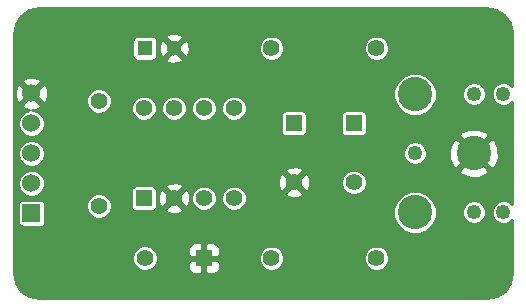
<source format=gbl>
G04 #@! TF.FileFunction,Copper,L2,Bot,Signal*
%FSLAX46Y46*%
G04 Gerber Fmt 4.6, Leading zero omitted, Abs format (unit mm)*
G04 Created by KiCad (PCBNEW 4.0.0-rc1-stable) date 10/27/2015 9:53:31 PM*
%MOMM*%
G01*
G04 APERTURE LIST*
%ADD10C,0.150000*%
%ADD11R,1.397000X1.397000*%
%ADD12C,1.397000*%
%ADD13C,2.900000*%
%ADD14C,1.250000*%
%ADD15R,1.524000X1.524000*%
%ADD16C,1.524000*%
%ADD17R,1.300000X1.300000*%
%ADD18C,1.300000*%
%ADD19R,1.400000X1.400000*%
%ADD20C,1.400000*%
%ADD21C,0.254000*%
G04 APERTURE END LIST*
D10*
D11*
X198628000Y-145034000D03*
D12*
X201168000Y-145034000D03*
X203708000Y-145034000D03*
X206248000Y-145034000D03*
X206248000Y-137414000D03*
X203708000Y-137414000D03*
X201168000Y-137414000D03*
X198628000Y-137414000D03*
D13*
X226568000Y-141224000D03*
X221568000Y-136224000D03*
X221568000Y-146224000D03*
D14*
X221568000Y-141224000D03*
X226568000Y-146224000D03*
X226568000Y-136224000D03*
X229068000Y-136224000D03*
X229068000Y-146224000D03*
D12*
X194818000Y-136779000D03*
X194818000Y-145669000D03*
X209423000Y-132334000D03*
X218313000Y-132334000D03*
X209423000Y-150114000D03*
X218313000Y-150114000D03*
D15*
X189103000Y-146304000D03*
D16*
X189103000Y-143764000D03*
X189103000Y-141224000D03*
X189103000Y-138684000D03*
X189103000Y-136144000D03*
D17*
X198691500Y-132334000D03*
D18*
X201191500Y-132334000D03*
D19*
X203708000Y-150114000D03*
D20*
X198708000Y-150114000D03*
D19*
X216408000Y-138684000D03*
D20*
X216408000Y-143684000D03*
D19*
X211328000Y-138684000D03*
D20*
X211328000Y-143684000D03*
D21*
G36*
X228417999Y-129082629D02*
X229122420Y-129504009D01*
X229611964Y-130162883D01*
X229820000Y-130990348D01*
X229820000Y-135553371D01*
X229638597Y-135371652D01*
X229268984Y-135218175D01*
X228868772Y-135217825D01*
X228498891Y-135370657D01*
X228215652Y-135653403D01*
X228062175Y-136023016D01*
X228061825Y-136423228D01*
X228214657Y-136793109D01*
X228497403Y-137076348D01*
X228867016Y-137229825D01*
X229267228Y-137230175D01*
X229637109Y-137077343D01*
X229820000Y-136894770D01*
X229820000Y-145553371D01*
X229638597Y-145371652D01*
X229268984Y-145218175D01*
X228868772Y-145217825D01*
X228498891Y-145370657D01*
X228215652Y-145653403D01*
X228062175Y-146023016D01*
X228061825Y-146423228D01*
X228214657Y-146793109D01*
X228497403Y-147076348D01*
X228867016Y-147229825D01*
X229267228Y-147230175D01*
X229637109Y-147077343D01*
X229820000Y-146894770D01*
X229820000Y-151341552D01*
X229651661Y-152187848D01*
X229196317Y-152869317D01*
X228514848Y-153324661D01*
X227668552Y-153493000D01*
X189780448Y-153493000D01*
X188934152Y-153324661D01*
X188252683Y-152869317D01*
X187797339Y-152187848D01*
X187629000Y-151341552D01*
X187629000Y-150328081D01*
X197626813Y-150328081D01*
X197791038Y-150725537D01*
X198094863Y-151029893D01*
X198492032Y-151194812D01*
X198922081Y-151195187D01*
X199319537Y-151030962D01*
X199623893Y-150727137D01*
X199759835Y-150399750D01*
X202373000Y-150399750D01*
X202373000Y-150940310D01*
X202469673Y-151173699D01*
X202648302Y-151352327D01*
X202881691Y-151449000D01*
X203422250Y-151449000D01*
X203581000Y-151290250D01*
X203581000Y-150241000D01*
X203835000Y-150241000D01*
X203835000Y-151290250D01*
X203993750Y-151449000D01*
X204534309Y-151449000D01*
X204767698Y-151352327D01*
X204946327Y-151173699D01*
X205043000Y-150940310D01*
X205043000Y-150399750D01*
X204971034Y-150327784D01*
X208343313Y-150327784D01*
X208507311Y-150724689D01*
X208810714Y-151028622D01*
X209207332Y-151193313D01*
X209636784Y-151193687D01*
X210033689Y-151029689D01*
X210337622Y-150726286D01*
X210502313Y-150329668D01*
X210502314Y-150327784D01*
X217233313Y-150327784D01*
X217397311Y-150724689D01*
X217700714Y-151028622D01*
X218097332Y-151193313D01*
X218526784Y-151193687D01*
X218923689Y-151029689D01*
X219227622Y-150726286D01*
X219392313Y-150329668D01*
X219392687Y-149900216D01*
X219228689Y-149503311D01*
X218925286Y-149199378D01*
X218528668Y-149034687D01*
X218099216Y-149034313D01*
X217702311Y-149198311D01*
X217398378Y-149501714D01*
X217233687Y-149898332D01*
X217233313Y-150327784D01*
X210502314Y-150327784D01*
X210502687Y-149900216D01*
X210338689Y-149503311D01*
X210035286Y-149199378D01*
X209638668Y-149034687D01*
X209209216Y-149034313D01*
X208812311Y-149198311D01*
X208508378Y-149501714D01*
X208343687Y-149898332D01*
X208343313Y-150327784D01*
X204971034Y-150327784D01*
X204884250Y-150241000D01*
X203835000Y-150241000D01*
X203581000Y-150241000D01*
X202531750Y-150241000D01*
X202373000Y-150399750D01*
X199759835Y-150399750D01*
X199788812Y-150329968D01*
X199789187Y-149899919D01*
X199624962Y-149502463D01*
X199410564Y-149287690D01*
X202373000Y-149287690D01*
X202373000Y-149828250D01*
X202531750Y-149987000D01*
X203581000Y-149987000D01*
X203581000Y-148937750D01*
X203835000Y-148937750D01*
X203835000Y-149987000D01*
X204884250Y-149987000D01*
X205043000Y-149828250D01*
X205043000Y-149287690D01*
X204946327Y-149054301D01*
X204767698Y-148875673D01*
X204534309Y-148779000D01*
X203993750Y-148779000D01*
X203835000Y-148937750D01*
X203581000Y-148937750D01*
X203422250Y-148779000D01*
X202881691Y-148779000D01*
X202648302Y-148875673D01*
X202469673Y-149054301D01*
X202373000Y-149287690D01*
X199410564Y-149287690D01*
X199321137Y-149198107D01*
X198923968Y-149033188D01*
X198493919Y-149032813D01*
X198096463Y-149197038D01*
X197792107Y-149500863D01*
X197627188Y-149898032D01*
X197626813Y-150328081D01*
X187629000Y-150328081D01*
X187629000Y-145542000D01*
X187952536Y-145542000D01*
X187952536Y-147066000D01*
X187979103Y-147207190D01*
X188062546Y-147336865D01*
X188189866Y-147423859D01*
X188341000Y-147454464D01*
X189865000Y-147454464D01*
X190006190Y-147427897D01*
X190135865Y-147344454D01*
X190222859Y-147217134D01*
X190253464Y-147066000D01*
X190253464Y-145882784D01*
X193738313Y-145882784D01*
X193902311Y-146279689D01*
X194205714Y-146583622D01*
X194602332Y-146748313D01*
X195031784Y-146748687D01*
X195424039Y-146586610D01*
X219736683Y-146586610D01*
X220014849Y-147259823D01*
X220529468Y-147775341D01*
X221202194Y-148054681D01*
X221930610Y-148055317D01*
X222603823Y-147777151D01*
X223119341Y-147262532D01*
X223398681Y-146589806D01*
X223398826Y-146423228D01*
X225561825Y-146423228D01*
X225714657Y-146793109D01*
X225997403Y-147076348D01*
X226367016Y-147229825D01*
X226767228Y-147230175D01*
X227137109Y-147077343D01*
X227420348Y-146794597D01*
X227573825Y-146424984D01*
X227574175Y-146024772D01*
X227421343Y-145654891D01*
X227138597Y-145371652D01*
X226768984Y-145218175D01*
X226368772Y-145217825D01*
X225998891Y-145370657D01*
X225715652Y-145653403D01*
X225562175Y-146023016D01*
X225561825Y-146423228D01*
X223398826Y-146423228D01*
X223399317Y-145861390D01*
X223121151Y-145188177D01*
X222606532Y-144672659D01*
X221933806Y-144393319D01*
X221205390Y-144392683D01*
X220532177Y-144670849D01*
X220016659Y-145185468D01*
X219737319Y-145858194D01*
X219736683Y-146586610D01*
X195424039Y-146586610D01*
X195428689Y-146584689D01*
X195732622Y-146281286D01*
X195897313Y-145884668D01*
X195897687Y-145455216D01*
X195733689Y-145058311D01*
X195430286Y-144754378D01*
X195033668Y-144589687D01*
X194604216Y-144589313D01*
X194207311Y-144753311D01*
X193903378Y-145056714D01*
X193738687Y-145453332D01*
X193738313Y-145882784D01*
X190253464Y-145882784D01*
X190253464Y-145542000D01*
X190226897Y-145400810D01*
X190143454Y-145271135D01*
X190016134Y-145184141D01*
X189865000Y-145153536D01*
X188341000Y-145153536D01*
X188199810Y-145180103D01*
X188070135Y-145263546D01*
X187983141Y-145390866D01*
X187952536Y-145542000D01*
X187629000Y-145542000D01*
X187629000Y-143990359D01*
X187959802Y-143990359D01*
X188133446Y-144410612D01*
X188454697Y-144732423D01*
X188874646Y-144906801D01*
X189329359Y-144907198D01*
X189749612Y-144733554D01*
X190071423Y-144412303D01*
X190103314Y-144335500D01*
X197541036Y-144335500D01*
X197541036Y-145732500D01*
X197567603Y-145873690D01*
X197651046Y-146003365D01*
X197778366Y-146090359D01*
X197929500Y-146120964D01*
X199326500Y-146120964D01*
X199467690Y-146094397D01*
X199597365Y-146010954D01*
X199626585Y-145968188D01*
X200413417Y-145968188D01*
X200475071Y-146203800D01*
X200975480Y-146379927D01*
X201505199Y-146351148D01*
X201860929Y-146203800D01*
X201922583Y-145968188D01*
X201168000Y-145213605D01*
X200413417Y-145968188D01*
X199626585Y-145968188D01*
X199684359Y-145883634D01*
X199714964Y-145732500D01*
X199714964Y-144841480D01*
X199822073Y-144841480D01*
X199850852Y-145371199D01*
X199998200Y-145726929D01*
X200233812Y-145788583D01*
X200988395Y-145034000D01*
X201347605Y-145034000D01*
X202102188Y-145788583D01*
X202337800Y-145726929D01*
X202506442Y-145247784D01*
X202628313Y-145247784D01*
X202792311Y-145644689D01*
X203095714Y-145948622D01*
X203492332Y-146113313D01*
X203921784Y-146113687D01*
X204318689Y-145949689D01*
X204622622Y-145646286D01*
X204787313Y-145249668D01*
X204787314Y-145247784D01*
X205168313Y-145247784D01*
X205332311Y-145644689D01*
X205635714Y-145948622D01*
X206032332Y-146113313D01*
X206461784Y-146113687D01*
X206858689Y-145949689D01*
X207162622Y-145646286D01*
X207327313Y-145249668D01*
X207327687Y-144820216D01*
X207244660Y-144619275D01*
X210572331Y-144619275D01*
X210634169Y-144855042D01*
X211135122Y-145031419D01*
X211665440Y-145002664D01*
X212021831Y-144855042D01*
X212083669Y-144619275D01*
X211328000Y-143863605D01*
X210572331Y-144619275D01*
X207244660Y-144619275D01*
X207163689Y-144423311D01*
X206860286Y-144119378D01*
X206463668Y-143954687D01*
X206034216Y-143954313D01*
X205637311Y-144118311D01*
X205333378Y-144421714D01*
X205168687Y-144818332D01*
X205168313Y-145247784D01*
X204787314Y-145247784D01*
X204787687Y-144820216D01*
X204623689Y-144423311D01*
X204320286Y-144119378D01*
X203923668Y-143954687D01*
X203494216Y-143954313D01*
X203097311Y-144118311D01*
X202793378Y-144421714D01*
X202628687Y-144818332D01*
X202628313Y-145247784D01*
X202506442Y-145247784D01*
X202513927Y-145226520D01*
X202485148Y-144696801D01*
X202337800Y-144341071D01*
X202102188Y-144279417D01*
X201347605Y-145034000D01*
X200988395Y-145034000D01*
X200233812Y-144279417D01*
X199998200Y-144341071D01*
X199822073Y-144841480D01*
X199714964Y-144841480D01*
X199714964Y-144335500D01*
X199688397Y-144194310D01*
X199627590Y-144099812D01*
X200413417Y-144099812D01*
X201168000Y-144854395D01*
X201922583Y-144099812D01*
X201860929Y-143864200D01*
X201360520Y-143688073D01*
X200830801Y-143716852D01*
X200475071Y-143864200D01*
X200413417Y-144099812D01*
X199627590Y-144099812D01*
X199604954Y-144064635D01*
X199477634Y-143977641D01*
X199326500Y-143947036D01*
X197929500Y-143947036D01*
X197788310Y-143973603D01*
X197658635Y-144057046D01*
X197571641Y-144184366D01*
X197541036Y-144335500D01*
X190103314Y-144335500D01*
X190245801Y-143992354D01*
X190246198Y-143537641D01*
X190226977Y-143491122D01*
X209980581Y-143491122D01*
X210009336Y-144021440D01*
X210156958Y-144377831D01*
X210392725Y-144439669D01*
X211148395Y-143684000D01*
X211507605Y-143684000D01*
X212263275Y-144439669D01*
X212499042Y-144377831D01*
X212667953Y-143898081D01*
X215326813Y-143898081D01*
X215491038Y-144295537D01*
X215794863Y-144599893D01*
X216192032Y-144764812D01*
X216622081Y-144765187D01*
X217019537Y-144600962D01*
X217323893Y-144297137D01*
X217488812Y-143899968D01*
X217489187Y-143469919D01*
X217324962Y-143072463D01*
X217021137Y-142768107D01*
X216861571Y-142701849D01*
X225269756Y-142701849D01*
X225423435Y-143015424D01*
X226196108Y-143317066D01*
X227025398Y-143300058D01*
X227712565Y-143015424D01*
X227866244Y-142701849D01*
X226568000Y-141403605D01*
X225269756Y-142701849D01*
X216861571Y-142701849D01*
X216623968Y-142603188D01*
X216193919Y-142602813D01*
X215796463Y-142767038D01*
X215492107Y-143070863D01*
X215327188Y-143468032D01*
X215326813Y-143898081D01*
X212667953Y-143898081D01*
X212675419Y-143876878D01*
X212646664Y-143346560D01*
X212499042Y-142990169D01*
X212263275Y-142928331D01*
X211507605Y-143684000D01*
X211148395Y-143684000D01*
X210392725Y-142928331D01*
X210156958Y-142990169D01*
X209980581Y-143491122D01*
X190226977Y-143491122D01*
X190072554Y-143117388D01*
X189751303Y-142795577D01*
X189638471Y-142748725D01*
X210572331Y-142748725D01*
X211328000Y-143504395D01*
X212083669Y-142748725D01*
X212021831Y-142512958D01*
X211520878Y-142336581D01*
X210990560Y-142365336D01*
X210634169Y-142512958D01*
X210572331Y-142748725D01*
X189638471Y-142748725D01*
X189331354Y-142621199D01*
X188876641Y-142620802D01*
X188456388Y-142794446D01*
X188134577Y-143115697D01*
X187960199Y-143535646D01*
X187959802Y-143990359D01*
X187629000Y-143990359D01*
X187629000Y-141450359D01*
X187959802Y-141450359D01*
X188133446Y-141870612D01*
X188454697Y-142192423D01*
X188874646Y-142366801D01*
X189329359Y-142367198D01*
X189749612Y-142193554D01*
X190071423Y-141872303D01*
X190245801Y-141452354D01*
X190245826Y-141423228D01*
X220561825Y-141423228D01*
X220714657Y-141793109D01*
X220997403Y-142076348D01*
X221367016Y-142229825D01*
X221767228Y-142230175D01*
X222137109Y-142077343D01*
X222420348Y-141794597D01*
X222573825Y-141424984D01*
X222574175Y-141024772D01*
X222502832Y-140852108D01*
X224474934Y-140852108D01*
X224491942Y-141681398D01*
X224776576Y-142368565D01*
X225090151Y-142522244D01*
X226388395Y-141224000D01*
X226747605Y-141224000D01*
X228045849Y-142522244D01*
X228359424Y-142368565D01*
X228661066Y-141595892D01*
X228644058Y-140766602D01*
X228359424Y-140079435D01*
X228045849Y-139925756D01*
X226747605Y-141224000D01*
X226388395Y-141224000D01*
X225090151Y-139925756D01*
X224776576Y-140079435D01*
X224474934Y-140852108D01*
X222502832Y-140852108D01*
X222421343Y-140654891D01*
X222138597Y-140371652D01*
X221768984Y-140218175D01*
X221368772Y-140217825D01*
X220998891Y-140370657D01*
X220715652Y-140653403D01*
X220562175Y-141023016D01*
X220561825Y-141423228D01*
X190245826Y-141423228D01*
X190246198Y-140997641D01*
X190072554Y-140577388D01*
X189751303Y-140255577D01*
X189331354Y-140081199D01*
X188876641Y-140080802D01*
X188456388Y-140254446D01*
X188134577Y-140575697D01*
X187960199Y-140995646D01*
X187959802Y-141450359D01*
X187629000Y-141450359D01*
X187629000Y-138910359D01*
X187959802Y-138910359D01*
X188133446Y-139330612D01*
X188454697Y-139652423D01*
X188874646Y-139826801D01*
X189329359Y-139827198D01*
X189749612Y-139653554D01*
X190071423Y-139332303D01*
X190245801Y-138912354D01*
X190246198Y-138457641D01*
X190072554Y-138037388D01*
X189751303Y-137715577D01*
X189331354Y-137541199D01*
X189137340Y-137541030D01*
X189450368Y-137525362D01*
X189834143Y-137366397D01*
X189903608Y-137124213D01*
X189772179Y-136992784D01*
X193738313Y-136992784D01*
X193902311Y-137389689D01*
X194205714Y-137693622D01*
X194602332Y-137858313D01*
X195031784Y-137858687D01*
X195428689Y-137694689D01*
X195495710Y-137627784D01*
X197548313Y-137627784D01*
X197712311Y-138024689D01*
X198015714Y-138328622D01*
X198412332Y-138493313D01*
X198841784Y-138493687D01*
X199238689Y-138329689D01*
X199542622Y-138026286D01*
X199707313Y-137629668D01*
X199707314Y-137627784D01*
X200088313Y-137627784D01*
X200252311Y-138024689D01*
X200555714Y-138328622D01*
X200952332Y-138493313D01*
X201381784Y-138493687D01*
X201778689Y-138329689D01*
X202082622Y-138026286D01*
X202247313Y-137629668D01*
X202247314Y-137627784D01*
X202628313Y-137627784D01*
X202792311Y-138024689D01*
X203095714Y-138328622D01*
X203492332Y-138493313D01*
X203921784Y-138493687D01*
X204318689Y-138329689D01*
X204622622Y-138026286D01*
X204787313Y-137629668D01*
X204787314Y-137627784D01*
X205168313Y-137627784D01*
X205332311Y-138024689D01*
X205635714Y-138328622D01*
X206032332Y-138493313D01*
X206461784Y-138493687D01*
X206858689Y-138329689D01*
X207162622Y-138026286D01*
X207180180Y-137984000D01*
X210239536Y-137984000D01*
X210239536Y-139384000D01*
X210266103Y-139525190D01*
X210349546Y-139654865D01*
X210476866Y-139741859D01*
X210628000Y-139772464D01*
X212028000Y-139772464D01*
X212169190Y-139745897D01*
X212298865Y-139662454D01*
X212385859Y-139535134D01*
X212416464Y-139384000D01*
X212416464Y-137984000D01*
X215319536Y-137984000D01*
X215319536Y-139384000D01*
X215346103Y-139525190D01*
X215429546Y-139654865D01*
X215556866Y-139741859D01*
X215708000Y-139772464D01*
X217108000Y-139772464D01*
X217247840Y-139746151D01*
X225269756Y-139746151D01*
X226568000Y-141044395D01*
X227866244Y-139746151D01*
X227712565Y-139432576D01*
X226939892Y-139130934D01*
X226110602Y-139147942D01*
X225423435Y-139432576D01*
X225269756Y-139746151D01*
X217247840Y-139746151D01*
X217249190Y-139745897D01*
X217378865Y-139662454D01*
X217465859Y-139535134D01*
X217496464Y-139384000D01*
X217496464Y-137984000D01*
X217469897Y-137842810D01*
X217386454Y-137713135D01*
X217259134Y-137626141D01*
X217108000Y-137595536D01*
X215708000Y-137595536D01*
X215566810Y-137622103D01*
X215437135Y-137705546D01*
X215350141Y-137832866D01*
X215319536Y-137984000D01*
X212416464Y-137984000D01*
X212389897Y-137842810D01*
X212306454Y-137713135D01*
X212179134Y-137626141D01*
X212028000Y-137595536D01*
X210628000Y-137595536D01*
X210486810Y-137622103D01*
X210357135Y-137705546D01*
X210270141Y-137832866D01*
X210239536Y-137984000D01*
X207180180Y-137984000D01*
X207327313Y-137629668D01*
X207327687Y-137200216D01*
X207163689Y-136803311D01*
X206947366Y-136586610D01*
X219736683Y-136586610D01*
X220014849Y-137259823D01*
X220529468Y-137775341D01*
X221202194Y-138054681D01*
X221930610Y-138055317D01*
X222603823Y-137777151D01*
X223119341Y-137262532D01*
X223398681Y-136589806D01*
X223398826Y-136423228D01*
X225561825Y-136423228D01*
X225714657Y-136793109D01*
X225997403Y-137076348D01*
X226367016Y-137229825D01*
X226767228Y-137230175D01*
X227137109Y-137077343D01*
X227420348Y-136794597D01*
X227573825Y-136424984D01*
X227574175Y-136024772D01*
X227421343Y-135654891D01*
X227138597Y-135371652D01*
X226768984Y-135218175D01*
X226368772Y-135217825D01*
X225998891Y-135370657D01*
X225715652Y-135653403D01*
X225562175Y-136023016D01*
X225561825Y-136423228D01*
X223398826Y-136423228D01*
X223399317Y-135861390D01*
X223121151Y-135188177D01*
X222606532Y-134672659D01*
X221933806Y-134393319D01*
X221205390Y-134392683D01*
X220532177Y-134670849D01*
X220016659Y-135185468D01*
X219737319Y-135858194D01*
X219736683Y-136586610D01*
X206947366Y-136586610D01*
X206860286Y-136499378D01*
X206463668Y-136334687D01*
X206034216Y-136334313D01*
X205637311Y-136498311D01*
X205333378Y-136801714D01*
X205168687Y-137198332D01*
X205168313Y-137627784D01*
X204787314Y-137627784D01*
X204787687Y-137200216D01*
X204623689Y-136803311D01*
X204320286Y-136499378D01*
X203923668Y-136334687D01*
X203494216Y-136334313D01*
X203097311Y-136498311D01*
X202793378Y-136801714D01*
X202628687Y-137198332D01*
X202628313Y-137627784D01*
X202247314Y-137627784D01*
X202247687Y-137200216D01*
X202083689Y-136803311D01*
X201780286Y-136499378D01*
X201383668Y-136334687D01*
X200954216Y-136334313D01*
X200557311Y-136498311D01*
X200253378Y-136801714D01*
X200088687Y-137198332D01*
X200088313Y-137627784D01*
X199707314Y-137627784D01*
X199707687Y-137200216D01*
X199543689Y-136803311D01*
X199240286Y-136499378D01*
X198843668Y-136334687D01*
X198414216Y-136334313D01*
X198017311Y-136498311D01*
X197713378Y-136801714D01*
X197548687Y-137198332D01*
X197548313Y-137627784D01*
X195495710Y-137627784D01*
X195732622Y-137391286D01*
X195897313Y-136994668D01*
X195897687Y-136565216D01*
X195733689Y-136168311D01*
X195430286Y-135864378D01*
X195033668Y-135699687D01*
X194604216Y-135699313D01*
X194207311Y-135863311D01*
X193903378Y-136166714D01*
X193738687Y-136563332D01*
X193738313Y-136992784D01*
X189772179Y-136992784D01*
X189103000Y-136323605D01*
X188302392Y-137124213D01*
X188371857Y-137366397D01*
X188869258Y-137543852D01*
X188456388Y-137714446D01*
X188134577Y-138035697D01*
X187960199Y-138455646D01*
X187959802Y-138910359D01*
X187629000Y-138910359D01*
X187629000Y-135936302D01*
X187693856Y-135936302D01*
X187721638Y-136491368D01*
X187880603Y-136875143D01*
X188122787Y-136944608D01*
X188923395Y-136144000D01*
X189282605Y-136144000D01*
X190083213Y-136944608D01*
X190325397Y-136875143D01*
X190512144Y-136351698D01*
X190484362Y-135796632D01*
X190325397Y-135412857D01*
X190083213Y-135343392D01*
X189282605Y-136144000D01*
X188923395Y-136144000D01*
X188122787Y-135343392D01*
X187880603Y-135412857D01*
X187693856Y-135936302D01*
X187629000Y-135936302D01*
X187629000Y-135163787D01*
X188302392Y-135163787D01*
X189103000Y-135964395D01*
X189903608Y-135163787D01*
X189834143Y-134921603D01*
X189310698Y-134734856D01*
X188755632Y-134762638D01*
X188371857Y-134921603D01*
X188302392Y-135163787D01*
X187629000Y-135163787D01*
X187629000Y-131684000D01*
X197653036Y-131684000D01*
X197653036Y-132984000D01*
X197679603Y-133125190D01*
X197763046Y-133254865D01*
X197890366Y-133341859D01*
X198041500Y-133372464D01*
X199341500Y-133372464D01*
X199482690Y-133345897D01*
X199612365Y-133262454D01*
X199632479Y-133233016D01*
X200472090Y-133233016D01*
X200527771Y-133463611D01*
X201010578Y-133631622D01*
X201520928Y-133602083D01*
X201855229Y-133463611D01*
X201910910Y-133233016D01*
X201191500Y-132513605D01*
X200472090Y-133233016D01*
X199632479Y-133233016D01*
X199699359Y-133135134D01*
X199729964Y-132984000D01*
X199729964Y-132153078D01*
X199893878Y-132153078D01*
X199923417Y-132663428D01*
X200061889Y-132997729D01*
X200292484Y-133053410D01*
X201011895Y-132334000D01*
X201371105Y-132334000D01*
X202090516Y-133053410D01*
X202321111Y-132997729D01*
X202477686Y-132547784D01*
X208343313Y-132547784D01*
X208507311Y-132944689D01*
X208810714Y-133248622D01*
X209207332Y-133413313D01*
X209636784Y-133413687D01*
X210033689Y-133249689D01*
X210337622Y-132946286D01*
X210502313Y-132549668D01*
X210502314Y-132547784D01*
X217233313Y-132547784D01*
X217397311Y-132944689D01*
X217700714Y-133248622D01*
X218097332Y-133413313D01*
X218526784Y-133413687D01*
X218923689Y-133249689D01*
X219227622Y-132946286D01*
X219392313Y-132549668D01*
X219392687Y-132120216D01*
X219228689Y-131723311D01*
X218925286Y-131419378D01*
X218528668Y-131254687D01*
X218099216Y-131254313D01*
X217702311Y-131418311D01*
X217398378Y-131721714D01*
X217233687Y-132118332D01*
X217233313Y-132547784D01*
X210502314Y-132547784D01*
X210502687Y-132120216D01*
X210338689Y-131723311D01*
X210035286Y-131419378D01*
X209638668Y-131254687D01*
X209209216Y-131254313D01*
X208812311Y-131418311D01*
X208508378Y-131721714D01*
X208343687Y-132118332D01*
X208343313Y-132547784D01*
X202477686Y-132547784D01*
X202489122Y-132514922D01*
X202459583Y-132004572D01*
X202321111Y-131670271D01*
X202090516Y-131614590D01*
X201371105Y-132334000D01*
X201011895Y-132334000D01*
X200292484Y-131614590D01*
X200061889Y-131670271D01*
X199893878Y-132153078D01*
X199729964Y-132153078D01*
X199729964Y-131684000D01*
X199703397Y-131542810D01*
X199634014Y-131434984D01*
X200472090Y-131434984D01*
X201191500Y-132154395D01*
X201910910Y-131434984D01*
X201855229Y-131204389D01*
X201372422Y-131036378D01*
X200862072Y-131065917D01*
X200527771Y-131204389D01*
X200472090Y-131434984D01*
X199634014Y-131434984D01*
X199619954Y-131413135D01*
X199492634Y-131326141D01*
X199341500Y-131295536D01*
X198041500Y-131295536D01*
X197900310Y-131322103D01*
X197770635Y-131405546D01*
X197683641Y-131532866D01*
X197653036Y-131684000D01*
X187629000Y-131684000D01*
X187629000Y-131106448D01*
X187797339Y-130260152D01*
X188252683Y-129578683D01*
X188934152Y-129123339D01*
X189780448Y-128955000D01*
X227552397Y-128955000D01*
X228417999Y-129082629D01*
X228417999Y-129082629D01*
G37*
X228417999Y-129082629D02*
X229122420Y-129504009D01*
X229611964Y-130162883D01*
X229820000Y-130990348D01*
X229820000Y-135553371D01*
X229638597Y-135371652D01*
X229268984Y-135218175D01*
X228868772Y-135217825D01*
X228498891Y-135370657D01*
X228215652Y-135653403D01*
X228062175Y-136023016D01*
X228061825Y-136423228D01*
X228214657Y-136793109D01*
X228497403Y-137076348D01*
X228867016Y-137229825D01*
X229267228Y-137230175D01*
X229637109Y-137077343D01*
X229820000Y-136894770D01*
X229820000Y-145553371D01*
X229638597Y-145371652D01*
X229268984Y-145218175D01*
X228868772Y-145217825D01*
X228498891Y-145370657D01*
X228215652Y-145653403D01*
X228062175Y-146023016D01*
X228061825Y-146423228D01*
X228214657Y-146793109D01*
X228497403Y-147076348D01*
X228867016Y-147229825D01*
X229267228Y-147230175D01*
X229637109Y-147077343D01*
X229820000Y-146894770D01*
X229820000Y-151341552D01*
X229651661Y-152187848D01*
X229196317Y-152869317D01*
X228514848Y-153324661D01*
X227668552Y-153493000D01*
X189780448Y-153493000D01*
X188934152Y-153324661D01*
X188252683Y-152869317D01*
X187797339Y-152187848D01*
X187629000Y-151341552D01*
X187629000Y-150328081D01*
X197626813Y-150328081D01*
X197791038Y-150725537D01*
X198094863Y-151029893D01*
X198492032Y-151194812D01*
X198922081Y-151195187D01*
X199319537Y-151030962D01*
X199623893Y-150727137D01*
X199759835Y-150399750D01*
X202373000Y-150399750D01*
X202373000Y-150940310D01*
X202469673Y-151173699D01*
X202648302Y-151352327D01*
X202881691Y-151449000D01*
X203422250Y-151449000D01*
X203581000Y-151290250D01*
X203581000Y-150241000D01*
X203835000Y-150241000D01*
X203835000Y-151290250D01*
X203993750Y-151449000D01*
X204534309Y-151449000D01*
X204767698Y-151352327D01*
X204946327Y-151173699D01*
X205043000Y-150940310D01*
X205043000Y-150399750D01*
X204971034Y-150327784D01*
X208343313Y-150327784D01*
X208507311Y-150724689D01*
X208810714Y-151028622D01*
X209207332Y-151193313D01*
X209636784Y-151193687D01*
X210033689Y-151029689D01*
X210337622Y-150726286D01*
X210502313Y-150329668D01*
X210502314Y-150327784D01*
X217233313Y-150327784D01*
X217397311Y-150724689D01*
X217700714Y-151028622D01*
X218097332Y-151193313D01*
X218526784Y-151193687D01*
X218923689Y-151029689D01*
X219227622Y-150726286D01*
X219392313Y-150329668D01*
X219392687Y-149900216D01*
X219228689Y-149503311D01*
X218925286Y-149199378D01*
X218528668Y-149034687D01*
X218099216Y-149034313D01*
X217702311Y-149198311D01*
X217398378Y-149501714D01*
X217233687Y-149898332D01*
X217233313Y-150327784D01*
X210502314Y-150327784D01*
X210502687Y-149900216D01*
X210338689Y-149503311D01*
X210035286Y-149199378D01*
X209638668Y-149034687D01*
X209209216Y-149034313D01*
X208812311Y-149198311D01*
X208508378Y-149501714D01*
X208343687Y-149898332D01*
X208343313Y-150327784D01*
X204971034Y-150327784D01*
X204884250Y-150241000D01*
X203835000Y-150241000D01*
X203581000Y-150241000D01*
X202531750Y-150241000D01*
X202373000Y-150399750D01*
X199759835Y-150399750D01*
X199788812Y-150329968D01*
X199789187Y-149899919D01*
X199624962Y-149502463D01*
X199410564Y-149287690D01*
X202373000Y-149287690D01*
X202373000Y-149828250D01*
X202531750Y-149987000D01*
X203581000Y-149987000D01*
X203581000Y-148937750D01*
X203835000Y-148937750D01*
X203835000Y-149987000D01*
X204884250Y-149987000D01*
X205043000Y-149828250D01*
X205043000Y-149287690D01*
X204946327Y-149054301D01*
X204767698Y-148875673D01*
X204534309Y-148779000D01*
X203993750Y-148779000D01*
X203835000Y-148937750D01*
X203581000Y-148937750D01*
X203422250Y-148779000D01*
X202881691Y-148779000D01*
X202648302Y-148875673D01*
X202469673Y-149054301D01*
X202373000Y-149287690D01*
X199410564Y-149287690D01*
X199321137Y-149198107D01*
X198923968Y-149033188D01*
X198493919Y-149032813D01*
X198096463Y-149197038D01*
X197792107Y-149500863D01*
X197627188Y-149898032D01*
X197626813Y-150328081D01*
X187629000Y-150328081D01*
X187629000Y-145542000D01*
X187952536Y-145542000D01*
X187952536Y-147066000D01*
X187979103Y-147207190D01*
X188062546Y-147336865D01*
X188189866Y-147423859D01*
X188341000Y-147454464D01*
X189865000Y-147454464D01*
X190006190Y-147427897D01*
X190135865Y-147344454D01*
X190222859Y-147217134D01*
X190253464Y-147066000D01*
X190253464Y-145882784D01*
X193738313Y-145882784D01*
X193902311Y-146279689D01*
X194205714Y-146583622D01*
X194602332Y-146748313D01*
X195031784Y-146748687D01*
X195424039Y-146586610D01*
X219736683Y-146586610D01*
X220014849Y-147259823D01*
X220529468Y-147775341D01*
X221202194Y-148054681D01*
X221930610Y-148055317D01*
X222603823Y-147777151D01*
X223119341Y-147262532D01*
X223398681Y-146589806D01*
X223398826Y-146423228D01*
X225561825Y-146423228D01*
X225714657Y-146793109D01*
X225997403Y-147076348D01*
X226367016Y-147229825D01*
X226767228Y-147230175D01*
X227137109Y-147077343D01*
X227420348Y-146794597D01*
X227573825Y-146424984D01*
X227574175Y-146024772D01*
X227421343Y-145654891D01*
X227138597Y-145371652D01*
X226768984Y-145218175D01*
X226368772Y-145217825D01*
X225998891Y-145370657D01*
X225715652Y-145653403D01*
X225562175Y-146023016D01*
X225561825Y-146423228D01*
X223398826Y-146423228D01*
X223399317Y-145861390D01*
X223121151Y-145188177D01*
X222606532Y-144672659D01*
X221933806Y-144393319D01*
X221205390Y-144392683D01*
X220532177Y-144670849D01*
X220016659Y-145185468D01*
X219737319Y-145858194D01*
X219736683Y-146586610D01*
X195424039Y-146586610D01*
X195428689Y-146584689D01*
X195732622Y-146281286D01*
X195897313Y-145884668D01*
X195897687Y-145455216D01*
X195733689Y-145058311D01*
X195430286Y-144754378D01*
X195033668Y-144589687D01*
X194604216Y-144589313D01*
X194207311Y-144753311D01*
X193903378Y-145056714D01*
X193738687Y-145453332D01*
X193738313Y-145882784D01*
X190253464Y-145882784D01*
X190253464Y-145542000D01*
X190226897Y-145400810D01*
X190143454Y-145271135D01*
X190016134Y-145184141D01*
X189865000Y-145153536D01*
X188341000Y-145153536D01*
X188199810Y-145180103D01*
X188070135Y-145263546D01*
X187983141Y-145390866D01*
X187952536Y-145542000D01*
X187629000Y-145542000D01*
X187629000Y-143990359D01*
X187959802Y-143990359D01*
X188133446Y-144410612D01*
X188454697Y-144732423D01*
X188874646Y-144906801D01*
X189329359Y-144907198D01*
X189749612Y-144733554D01*
X190071423Y-144412303D01*
X190103314Y-144335500D01*
X197541036Y-144335500D01*
X197541036Y-145732500D01*
X197567603Y-145873690D01*
X197651046Y-146003365D01*
X197778366Y-146090359D01*
X197929500Y-146120964D01*
X199326500Y-146120964D01*
X199467690Y-146094397D01*
X199597365Y-146010954D01*
X199626585Y-145968188D01*
X200413417Y-145968188D01*
X200475071Y-146203800D01*
X200975480Y-146379927D01*
X201505199Y-146351148D01*
X201860929Y-146203800D01*
X201922583Y-145968188D01*
X201168000Y-145213605D01*
X200413417Y-145968188D01*
X199626585Y-145968188D01*
X199684359Y-145883634D01*
X199714964Y-145732500D01*
X199714964Y-144841480D01*
X199822073Y-144841480D01*
X199850852Y-145371199D01*
X199998200Y-145726929D01*
X200233812Y-145788583D01*
X200988395Y-145034000D01*
X201347605Y-145034000D01*
X202102188Y-145788583D01*
X202337800Y-145726929D01*
X202506442Y-145247784D01*
X202628313Y-145247784D01*
X202792311Y-145644689D01*
X203095714Y-145948622D01*
X203492332Y-146113313D01*
X203921784Y-146113687D01*
X204318689Y-145949689D01*
X204622622Y-145646286D01*
X204787313Y-145249668D01*
X204787314Y-145247784D01*
X205168313Y-145247784D01*
X205332311Y-145644689D01*
X205635714Y-145948622D01*
X206032332Y-146113313D01*
X206461784Y-146113687D01*
X206858689Y-145949689D01*
X207162622Y-145646286D01*
X207327313Y-145249668D01*
X207327687Y-144820216D01*
X207244660Y-144619275D01*
X210572331Y-144619275D01*
X210634169Y-144855042D01*
X211135122Y-145031419D01*
X211665440Y-145002664D01*
X212021831Y-144855042D01*
X212083669Y-144619275D01*
X211328000Y-143863605D01*
X210572331Y-144619275D01*
X207244660Y-144619275D01*
X207163689Y-144423311D01*
X206860286Y-144119378D01*
X206463668Y-143954687D01*
X206034216Y-143954313D01*
X205637311Y-144118311D01*
X205333378Y-144421714D01*
X205168687Y-144818332D01*
X205168313Y-145247784D01*
X204787314Y-145247784D01*
X204787687Y-144820216D01*
X204623689Y-144423311D01*
X204320286Y-144119378D01*
X203923668Y-143954687D01*
X203494216Y-143954313D01*
X203097311Y-144118311D01*
X202793378Y-144421714D01*
X202628687Y-144818332D01*
X202628313Y-145247784D01*
X202506442Y-145247784D01*
X202513927Y-145226520D01*
X202485148Y-144696801D01*
X202337800Y-144341071D01*
X202102188Y-144279417D01*
X201347605Y-145034000D01*
X200988395Y-145034000D01*
X200233812Y-144279417D01*
X199998200Y-144341071D01*
X199822073Y-144841480D01*
X199714964Y-144841480D01*
X199714964Y-144335500D01*
X199688397Y-144194310D01*
X199627590Y-144099812D01*
X200413417Y-144099812D01*
X201168000Y-144854395D01*
X201922583Y-144099812D01*
X201860929Y-143864200D01*
X201360520Y-143688073D01*
X200830801Y-143716852D01*
X200475071Y-143864200D01*
X200413417Y-144099812D01*
X199627590Y-144099812D01*
X199604954Y-144064635D01*
X199477634Y-143977641D01*
X199326500Y-143947036D01*
X197929500Y-143947036D01*
X197788310Y-143973603D01*
X197658635Y-144057046D01*
X197571641Y-144184366D01*
X197541036Y-144335500D01*
X190103314Y-144335500D01*
X190245801Y-143992354D01*
X190246198Y-143537641D01*
X190226977Y-143491122D01*
X209980581Y-143491122D01*
X210009336Y-144021440D01*
X210156958Y-144377831D01*
X210392725Y-144439669D01*
X211148395Y-143684000D01*
X211507605Y-143684000D01*
X212263275Y-144439669D01*
X212499042Y-144377831D01*
X212667953Y-143898081D01*
X215326813Y-143898081D01*
X215491038Y-144295537D01*
X215794863Y-144599893D01*
X216192032Y-144764812D01*
X216622081Y-144765187D01*
X217019537Y-144600962D01*
X217323893Y-144297137D01*
X217488812Y-143899968D01*
X217489187Y-143469919D01*
X217324962Y-143072463D01*
X217021137Y-142768107D01*
X216861571Y-142701849D01*
X225269756Y-142701849D01*
X225423435Y-143015424D01*
X226196108Y-143317066D01*
X227025398Y-143300058D01*
X227712565Y-143015424D01*
X227866244Y-142701849D01*
X226568000Y-141403605D01*
X225269756Y-142701849D01*
X216861571Y-142701849D01*
X216623968Y-142603188D01*
X216193919Y-142602813D01*
X215796463Y-142767038D01*
X215492107Y-143070863D01*
X215327188Y-143468032D01*
X215326813Y-143898081D01*
X212667953Y-143898081D01*
X212675419Y-143876878D01*
X212646664Y-143346560D01*
X212499042Y-142990169D01*
X212263275Y-142928331D01*
X211507605Y-143684000D01*
X211148395Y-143684000D01*
X210392725Y-142928331D01*
X210156958Y-142990169D01*
X209980581Y-143491122D01*
X190226977Y-143491122D01*
X190072554Y-143117388D01*
X189751303Y-142795577D01*
X189638471Y-142748725D01*
X210572331Y-142748725D01*
X211328000Y-143504395D01*
X212083669Y-142748725D01*
X212021831Y-142512958D01*
X211520878Y-142336581D01*
X210990560Y-142365336D01*
X210634169Y-142512958D01*
X210572331Y-142748725D01*
X189638471Y-142748725D01*
X189331354Y-142621199D01*
X188876641Y-142620802D01*
X188456388Y-142794446D01*
X188134577Y-143115697D01*
X187960199Y-143535646D01*
X187959802Y-143990359D01*
X187629000Y-143990359D01*
X187629000Y-141450359D01*
X187959802Y-141450359D01*
X188133446Y-141870612D01*
X188454697Y-142192423D01*
X188874646Y-142366801D01*
X189329359Y-142367198D01*
X189749612Y-142193554D01*
X190071423Y-141872303D01*
X190245801Y-141452354D01*
X190245826Y-141423228D01*
X220561825Y-141423228D01*
X220714657Y-141793109D01*
X220997403Y-142076348D01*
X221367016Y-142229825D01*
X221767228Y-142230175D01*
X222137109Y-142077343D01*
X222420348Y-141794597D01*
X222573825Y-141424984D01*
X222574175Y-141024772D01*
X222502832Y-140852108D01*
X224474934Y-140852108D01*
X224491942Y-141681398D01*
X224776576Y-142368565D01*
X225090151Y-142522244D01*
X226388395Y-141224000D01*
X226747605Y-141224000D01*
X228045849Y-142522244D01*
X228359424Y-142368565D01*
X228661066Y-141595892D01*
X228644058Y-140766602D01*
X228359424Y-140079435D01*
X228045849Y-139925756D01*
X226747605Y-141224000D01*
X226388395Y-141224000D01*
X225090151Y-139925756D01*
X224776576Y-140079435D01*
X224474934Y-140852108D01*
X222502832Y-140852108D01*
X222421343Y-140654891D01*
X222138597Y-140371652D01*
X221768984Y-140218175D01*
X221368772Y-140217825D01*
X220998891Y-140370657D01*
X220715652Y-140653403D01*
X220562175Y-141023016D01*
X220561825Y-141423228D01*
X190245826Y-141423228D01*
X190246198Y-140997641D01*
X190072554Y-140577388D01*
X189751303Y-140255577D01*
X189331354Y-140081199D01*
X188876641Y-140080802D01*
X188456388Y-140254446D01*
X188134577Y-140575697D01*
X187960199Y-140995646D01*
X187959802Y-141450359D01*
X187629000Y-141450359D01*
X187629000Y-138910359D01*
X187959802Y-138910359D01*
X188133446Y-139330612D01*
X188454697Y-139652423D01*
X188874646Y-139826801D01*
X189329359Y-139827198D01*
X189749612Y-139653554D01*
X190071423Y-139332303D01*
X190245801Y-138912354D01*
X190246198Y-138457641D01*
X190072554Y-138037388D01*
X189751303Y-137715577D01*
X189331354Y-137541199D01*
X189137340Y-137541030D01*
X189450368Y-137525362D01*
X189834143Y-137366397D01*
X189903608Y-137124213D01*
X189772179Y-136992784D01*
X193738313Y-136992784D01*
X193902311Y-137389689D01*
X194205714Y-137693622D01*
X194602332Y-137858313D01*
X195031784Y-137858687D01*
X195428689Y-137694689D01*
X195495710Y-137627784D01*
X197548313Y-137627784D01*
X197712311Y-138024689D01*
X198015714Y-138328622D01*
X198412332Y-138493313D01*
X198841784Y-138493687D01*
X199238689Y-138329689D01*
X199542622Y-138026286D01*
X199707313Y-137629668D01*
X199707314Y-137627784D01*
X200088313Y-137627784D01*
X200252311Y-138024689D01*
X200555714Y-138328622D01*
X200952332Y-138493313D01*
X201381784Y-138493687D01*
X201778689Y-138329689D01*
X202082622Y-138026286D01*
X202247313Y-137629668D01*
X202247314Y-137627784D01*
X202628313Y-137627784D01*
X202792311Y-138024689D01*
X203095714Y-138328622D01*
X203492332Y-138493313D01*
X203921784Y-138493687D01*
X204318689Y-138329689D01*
X204622622Y-138026286D01*
X204787313Y-137629668D01*
X204787314Y-137627784D01*
X205168313Y-137627784D01*
X205332311Y-138024689D01*
X205635714Y-138328622D01*
X206032332Y-138493313D01*
X206461784Y-138493687D01*
X206858689Y-138329689D01*
X207162622Y-138026286D01*
X207180180Y-137984000D01*
X210239536Y-137984000D01*
X210239536Y-139384000D01*
X210266103Y-139525190D01*
X210349546Y-139654865D01*
X210476866Y-139741859D01*
X210628000Y-139772464D01*
X212028000Y-139772464D01*
X212169190Y-139745897D01*
X212298865Y-139662454D01*
X212385859Y-139535134D01*
X212416464Y-139384000D01*
X212416464Y-137984000D01*
X215319536Y-137984000D01*
X215319536Y-139384000D01*
X215346103Y-139525190D01*
X215429546Y-139654865D01*
X215556866Y-139741859D01*
X215708000Y-139772464D01*
X217108000Y-139772464D01*
X217247840Y-139746151D01*
X225269756Y-139746151D01*
X226568000Y-141044395D01*
X227866244Y-139746151D01*
X227712565Y-139432576D01*
X226939892Y-139130934D01*
X226110602Y-139147942D01*
X225423435Y-139432576D01*
X225269756Y-139746151D01*
X217247840Y-139746151D01*
X217249190Y-139745897D01*
X217378865Y-139662454D01*
X217465859Y-139535134D01*
X217496464Y-139384000D01*
X217496464Y-137984000D01*
X217469897Y-137842810D01*
X217386454Y-137713135D01*
X217259134Y-137626141D01*
X217108000Y-137595536D01*
X215708000Y-137595536D01*
X215566810Y-137622103D01*
X215437135Y-137705546D01*
X215350141Y-137832866D01*
X215319536Y-137984000D01*
X212416464Y-137984000D01*
X212389897Y-137842810D01*
X212306454Y-137713135D01*
X212179134Y-137626141D01*
X212028000Y-137595536D01*
X210628000Y-137595536D01*
X210486810Y-137622103D01*
X210357135Y-137705546D01*
X210270141Y-137832866D01*
X210239536Y-137984000D01*
X207180180Y-137984000D01*
X207327313Y-137629668D01*
X207327687Y-137200216D01*
X207163689Y-136803311D01*
X206947366Y-136586610D01*
X219736683Y-136586610D01*
X220014849Y-137259823D01*
X220529468Y-137775341D01*
X221202194Y-138054681D01*
X221930610Y-138055317D01*
X222603823Y-137777151D01*
X223119341Y-137262532D01*
X223398681Y-136589806D01*
X223398826Y-136423228D01*
X225561825Y-136423228D01*
X225714657Y-136793109D01*
X225997403Y-137076348D01*
X226367016Y-137229825D01*
X226767228Y-137230175D01*
X227137109Y-137077343D01*
X227420348Y-136794597D01*
X227573825Y-136424984D01*
X227574175Y-136024772D01*
X227421343Y-135654891D01*
X227138597Y-135371652D01*
X226768984Y-135218175D01*
X226368772Y-135217825D01*
X225998891Y-135370657D01*
X225715652Y-135653403D01*
X225562175Y-136023016D01*
X225561825Y-136423228D01*
X223398826Y-136423228D01*
X223399317Y-135861390D01*
X223121151Y-135188177D01*
X222606532Y-134672659D01*
X221933806Y-134393319D01*
X221205390Y-134392683D01*
X220532177Y-134670849D01*
X220016659Y-135185468D01*
X219737319Y-135858194D01*
X219736683Y-136586610D01*
X206947366Y-136586610D01*
X206860286Y-136499378D01*
X206463668Y-136334687D01*
X206034216Y-136334313D01*
X205637311Y-136498311D01*
X205333378Y-136801714D01*
X205168687Y-137198332D01*
X205168313Y-137627784D01*
X204787314Y-137627784D01*
X204787687Y-137200216D01*
X204623689Y-136803311D01*
X204320286Y-136499378D01*
X203923668Y-136334687D01*
X203494216Y-136334313D01*
X203097311Y-136498311D01*
X202793378Y-136801714D01*
X202628687Y-137198332D01*
X202628313Y-137627784D01*
X202247314Y-137627784D01*
X202247687Y-137200216D01*
X202083689Y-136803311D01*
X201780286Y-136499378D01*
X201383668Y-136334687D01*
X200954216Y-136334313D01*
X200557311Y-136498311D01*
X200253378Y-136801714D01*
X200088687Y-137198332D01*
X200088313Y-137627784D01*
X199707314Y-137627784D01*
X199707687Y-137200216D01*
X199543689Y-136803311D01*
X199240286Y-136499378D01*
X198843668Y-136334687D01*
X198414216Y-136334313D01*
X198017311Y-136498311D01*
X197713378Y-136801714D01*
X197548687Y-137198332D01*
X197548313Y-137627784D01*
X195495710Y-137627784D01*
X195732622Y-137391286D01*
X195897313Y-136994668D01*
X195897687Y-136565216D01*
X195733689Y-136168311D01*
X195430286Y-135864378D01*
X195033668Y-135699687D01*
X194604216Y-135699313D01*
X194207311Y-135863311D01*
X193903378Y-136166714D01*
X193738687Y-136563332D01*
X193738313Y-136992784D01*
X189772179Y-136992784D01*
X189103000Y-136323605D01*
X188302392Y-137124213D01*
X188371857Y-137366397D01*
X188869258Y-137543852D01*
X188456388Y-137714446D01*
X188134577Y-138035697D01*
X187960199Y-138455646D01*
X187959802Y-138910359D01*
X187629000Y-138910359D01*
X187629000Y-135936302D01*
X187693856Y-135936302D01*
X187721638Y-136491368D01*
X187880603Y-136875143D01*
X188122787Y-136944608D01*
X188923395Y-136144000D01*
X189282605Y-136144000D01*
X190083213Y-136944608D01*
X190325397Y-136875143D01*
X190512144Y-136351698D01*
X190484362Y-135796632D01*
X190325397Y-135412857D01*
X190083213Y-135343392D01*
X189282605Y-136144000D01*
X188923395Y-136144000D01*
X188122787Y-135343392D01*
X187880603Y-135412857D01*
X187693856Y-135936302D01*
X187629000Y-135936302D01*
X187629000Y-135163787D01*
X188302392Y-135163787D01*
X189103000Y-135964395D01*
X189903608Y-135163787D01*
X189834143Y-134921603D01*
X189310698Y-134734856D01*
X188755632Y-134762638D01*
X188371857Y-134921603D01*
X188302392Y-135163787D01*
X187629000Y-135163787D01*
X187629000Y-131684000D01*
X197653036Y-131684000D01*
X197653036Y-132984000D01*
X197679603Y-133125190D01*
X197763046Y-133254865D01*
X197890366Y-133341859D01*
X198041500Y-133372464D01*
X199341500Y-133372464D01*
X199482690Y-133345897D01*
X199612365Y-133262454D01*
X199632479Y-133233016D01*
X200472090Y-133233016D01*
X200527771Y-133463611D01*
X201010578Y-133631622D01*
X201520928Y-133602083D01*
X201855229Y-133463611D01*
X201910910Y-133233016D01*
X201191500Y-132513605D01*
X200472090Y-133233016D01*
X199632479Y-133233016D01*
X199699359Y-133135134D01*
X199729964Y-132984000D01*
X199729964Y-132153078D01*
X199893878Y-132153078D01*
X199923417Y-132663428D01*
X200061889Y-132997729D01*
X200292484Y-133053410D01*
X201011895Y-132334000D01*
X201371105Y-132334000D01*
X202090516Y-133053410D01*
X202321111Y-132997729D01*
X202477686Y-132547784D01*
X208343313Y-132547784D01*
X208507311Y-132944689D01*
X208810714Y-133248622D01*
X209207332Y-133413313D01*
X209636784Y-133413687D01*
X210033689Y-133249689D01*
X210337622Y-132946286D01*
X210502313Y-132549668D01*
X210502314Y-132547784D01*
X217233313Y-132547784D01*
X217397311Y-132944689D01*
X217700714Y-133248622D01*
X218097332Y-133413313D01*
X218526784Y-133413687D01*
X218923689Y-133249689D01*
X219227622Y-132946286D01*
X219392313Y-132549668D01*
X219392687Y-132120216D01*
X219228689Y-131723311D01*
X218925286Y-131419378D01*
X218528668Y-131254687D01*
X218099216Y-131254313D01*
X217702311Y-131418311D01*
X217398378Y-131721714D01*
X217233687Y-132118332D01*
X217233313Y-132547784D01*
X210502314Y-132547784D01*
X210502687Y-132120216D01*
X210338689Y-131723311D01*
X210035286Y-131419378D01*
X209638668Y-131254687D01*
X209209216Y-131254313D01*
X208812311Y-131418311D01*
X208508378Y-131721714D01*
X208343687Y-132118332D01*
X208343313Y-132547784D01*
X202477686Y-132547784D01*
X202489122Y-132514922D01*
X202459583Y-132004572D01*
X202321111Y-131670271D01*
X202090516Y-131614590D01*
X201371105Y-132334000D01*
X201011895Y-132334000D01*
X200292484Y-131614590D01*
X200061889Y-131670271D01*
X199893878Y-132153078D01*
X199729964Y-132153078D01*
X199729964Y-131684000D01*
X199703397Y-131542810D01*
X199634014Y-131434984D01*
X200472090Y-131434984D01*
X201191500Y-132154395D01*
X201910910Y-131434984D01*
X201855229Y-131204389D01*
X201372422Y-131036378D01*
X200862072Y-131065917D01*
X200527771Y-131204389D01*
X200472090Y-131434984D01*
X199634014Y-131434984D01*
X199619954Y-131413135D01*
X199492634Y-131326141D01*
X199341500Y-131295536D01*
X198041500Y-131295536D01*
X197900310Y-131322103D01*
X197770635Y-131405546D01*
X197683641Y-131532866D01*
X197653036Y-131684000D01*
X187629000Y-131684000D01*
X187629000Y-131106448D01*
X187797339Y-130260152D01*
X188252683Y-129578683D01*
X188934152Y-129123339D01*
X189780448Y-128955000D01*
X227552397Y-128955000D01*
X228417999Y-129082629D01*
M02*

</source>
